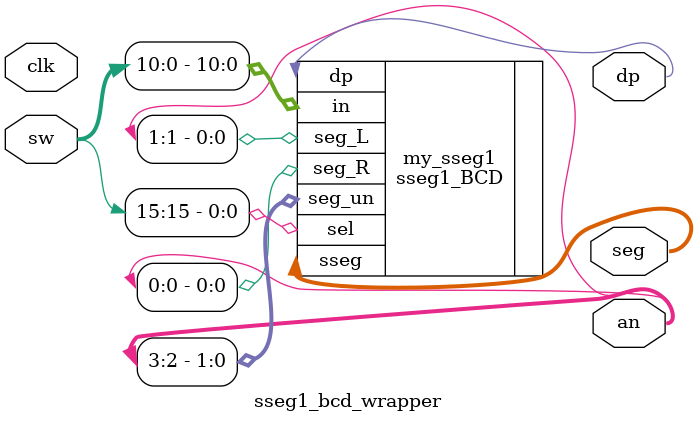
<source format=sv>
`timescale 1ns / 1ps


module sseg1_bcd_wrapper(
    input [15:0] sw,
    input clk,
    output [3:0] an,
    output [6:0] seg,
    output dp
    );
    
   
    sseg1_BCD my_sseg1(
    .in(sw[10:0]),
    .sel(sw[15]),
    .seg_un(an[3:2]),
    .dp(dp),
    .sseg(seg),
    .seg_L(an[1]),
    .seg_R(an[0])
    );
    
endmodule

</source>
